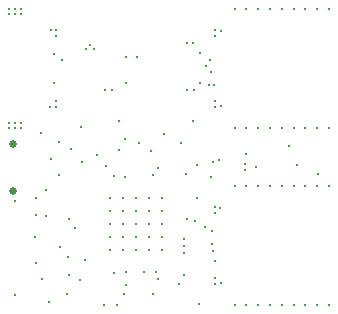
<source format=gbr>
%TF.GenerationSoftware,Altium Limited,Altium Designer,23.5.1 (21)*%
G04 Layer_Color=0*
%FSLAX45Y45*%
%MOMM*%
%TF.SameCoordinates,8EFB5E64-3944-4511-97F7-C7C57B94F044*%
%TF.FilePolarity,Positive*%
%TF.FileFunction,Plated,1,4,PTH,Drill*%
%TF.Part,CustomerPanel*%
G01*
G75*
%TA.AperFunction,ComponentDrill*%
%ADD101C,0.65000*%
%TA.AperFunction,ViaDrill,NotFilled*%
%ADD102C,0.20000*%
D101*
X932486Y2059973D02*
D03*
X932485Y2464972D02*
D03*
D102*
X1409999Y1829997D02*
D03*
X2502500Y1107497D02*
D03*
X1390000Y1189997D02*
D03*
X1702500Y1099997D02*
D03*
X2460000Y2657497D02*
D03*
X1828750D02*
D03*
X2140000Y1374997D02*
D03*
X2902500Y2377497D02*
D03*
X2377500Y1594997D02*
D03*
Y1534997D02*
D03*
X2377348Y1655068D02*
D03*
X1642500Y2364997D02*
D03*
X1317500Y2477497D02*
D03*
X1507500Y2602497D02*
D03*
X1252500Y2332497D02*
D03*
X1125000Y1454997D02*
D03*
X1212500Y2074997D02*
D03*
X1425000Y2419997D02*
D03*
X2100000Y2397497D02*
D03*
X1832500Y2407497D02*
D03*
X1495000Y1309997D02*
D03*
X1210000Y1854997D02*
D03*
X1545000Y1479997D02*
D03*
X1395000Y1502497D02*
D03*
X1330000Y1584997D02*
D03*
X1868966Y1189997D02*
D03*
X1790630Y1370627D02*
D03*
X1790000Y2189997D02*
D03*
X1883594Y2178592D02*
D03*
X2114984Y2196110D02*
D03*
X2157500Y2254997D02*
D03*
X1885701Y1267912D02*
D03*
X1810000Y1094997D02*
D03*
X2607500Y2177497D02*
D03*
X2490000Y2279997D02*
D03*
X2405400Y1827497D02*
D03*
X2115000Y1194997D02*
D03*
X2680000Y2324997D02*
D03*
X2622500Y2309997D02*
D03*
X2807500Y2104997D02*
D03*
X2640000Y1924997D02*
D03*
X2895110Y2295005D02*
D03*
X2895200Y2244997D02*
D03*
X2992500Y2269997D02*
D03*
X2558399Y1758396D02*
D03*
X2640000Y1467773D02*
D03*
X2628074Y1550873D02*
D03*
X2642500Y1274997D02*
D03*
X2641370Y1323627D02*
D03*
X2615000Y1727497D02*
D03*
X3515000Y2204997D02*
D03*
X2045000Y1379997D02*
D03*
X1888516Y1375739D02*
D03*
X1249400Y3426297D02*
D03*
X1247500Y2774997D02*
D03*
X1275768Y3226782D02*
D03*
X2690000Y3416546D02*
D03*
Y2783448D02*
D03*
X2686249Y1920296D02*
D03*
X2690000Y1283448D02*
D03*
X1000000Y3560397D02*
D03*
X950000D02*
D03*
X900000D02*
D03*
X1000000Y2639597D02*
D03*
X950000D02*
D03*
X900000D02*
D03*
X2382500Y1354997D02*
D03*
X2612500Y1617497D02*
D03*
X2475000Y1812497D02*
D03*
X2400000Y2204997D02*
D03*
X2352500Y2467497D02*
D03*
X2207500Y2542497D02*
D03*
X1995000Y2467497D02*
D03*
X1876250Y2501247D02*
D03*
X1172500Y2557497D02*
D03*
X2402500Y2915490D02*
D03*
X2460195Y2914946D02*
D03*
X3272500Y2442497D02*
D03*
X1232500Y1119997D02*
D03*
X952500Y1179997D02*
D03*
X1175000Y1317497D02*
D03*
X1402500Y1349997D02*
D03*
X3337500Y2282497D02*
D03*
X2162500Y1314997D02*
D03*
X2490000Y2004997D02*
D03*
X1715000Y2277497D02*
D03*
X1317500Y2194997D02*
D03*
X1520000Y2312497D02*
D03*
X2337500Y1277497D02*
D03*
X1115000Y1677497D02*
D03*
X1460000Y1749997D02*
D03*
X1127500Y1862497D02*
D03*
X1125000Y2007497D02*
D03*
X945000Y1979997D02*
D03*
X1885000Y3194997D02*
D03*
X950000Y2592497D02*
D03*
X1000000D02*
D03*
X900000D02*
D03*
X1000000Y3607497D02*
D03*
X900000D02*
D03*
X950000D02*
D03*
X3207500Y1094997D02*
D03*
X3107500D02*
D03*
X3007500D02*
D03*
X2907500D02*
D03*
X2807500D02*
D03*
X3607500D02*
D03*
X3507500D02*
D03*
X3407500D02*
D03*
X3307500D02*
D03*
X3207500Y2104997D02*
D03*
X3107500D02*
D03*
X3007500D02*
D03*
X2907500D02*
D03*
X3607500D02*
D03*
X3507500D02*
D03*
X3407500D02*
D03*
X3307500D02*
D03*
X3207500Y2594997D02*
D03*
X3107500D02*
D03*
X3007500D02*
D03*
X2907500D02*
D03*
X2807500D02*
D03*
X3607500D02*
D03*
X3507500D02*
D03*
X3407500D02*
D03*
X3307500D02*
D03*
Y3604997D02*
D03*
X3407500D02*
D03*
X3507500D02*
D03*
X3607500D02*
D03*
X2807500D02*
D03*
X2907500D02*
D03*
X3007500D02*
D03*
X3107500D02*
D03*
X3207500D02*
D03*
X2190000Y1559997D02*
D03*
X2080000D02*
D03*
X1970000D02*
D03*
X1860000D02*
D03*
X1750000D02*
D03*
X2190000Y1669997D02*
D03*
X2080000D02*
D03*
X1970000D02*
D03*
X1860000D02*
D03*
X1750000D02*
D03*
X2190000Y1779997D02*
D03*
X2080000D02*
D03*
X1970000D02*
D03*
X1860000D02*
D03*
X1750000D02*
D03*
X2190000Y1889997D02*
D03*
X2080000D02*
D03*
X1970000D02*
D03*
X1860000D02*
D03*
X1750000D02*
D03*
X2190000Y1999997D02*
D03*
X2080000D02*
D03*
X1970000D02*
D03*
X1860000D02*
D03*
X1750000D02*
D03*
X2562500Y3119997D02*
D03*
X1342900Y3172897D02*
D03*
X1585000Y3299997D02*
D03*
X1550000Y3262497D02*
D03*
X1620000Y3262497D02*
D03*
X2452500Y3312497D02*
D03*
X2402500D02*
D03*
X2512500Y3229997D02*
D03*
X2587500Y2962497D02*
D03*
X2637500D02*
D03*
X2515000Y2974997D02*
D03*
X2596280Y3169397D02*
D03*
X2611939Y3072897D02*
D03*
X2641370Y1876367D02*
D03*
Y2823627D02*
D03*
X2642500Y2774997D02*
D03*
Y3424997D02*
D03*
X2641370Y3376367D02*
D03*
X1299400Y3426297D02*
D03*
Y3378797D02*
D03*
X1297500Y2822497D02*
D03*
Y2774997D02*
D03*
X1887500Y2975397D02*
D03*
X1770189Y2914851D02*
D03*
X1712500Y2915944D02*
D03*
X1985000Y3194997D02*
D03*
X1280000Y2974997D02*
D03*
%TF.MD5,018031a39480d7aa50531df54007143f*%
M02*

</source>
